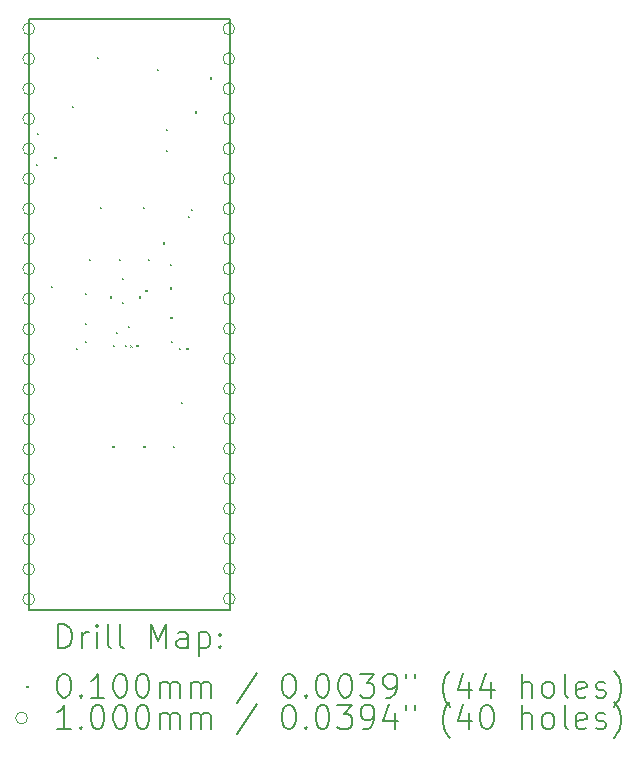
<source format=gbr>
%TF.GenerationSoftware,KiCad,Pcbnew,8.0.1*%
%TF.CreationDate,2024-10-17T14:11:02-05:00*%
%TF.ProjectId,sip-board,7369702d-626f-4617-9264-2e6b69636164,rev?*%
%TF.SameCoordinates,Original*%
%TF.FileFunction,Drillmap*%
%TF.FilePolarity,Positive*%
%FSLAX45Y45*%
G04 Gerber Fmt 4.5, Leading zero omitted, Abs format (unit mm)*
G04 Created by KiCad (PCBNEW 8.0.1) date 2024-10-17 14:11:02*
%MOMM*%
%LPD*%
G01*
G04 APERTURE LIST*
%ADD10C,0.200000*%
%ADD11C,0.100000*%
G04 APERTURE END LIST*
D10*
X13700000Y-7862000D02*
X15400000Y-7862000D01*
X15400000Y-12862000D01*
X13700000Y-12862000D01*
X13700000Y-7862000D01*
D11*
X13762000Y-9082000D02*
X13772000Y-9092000D01*
X13772000Y-9082000D02*
X13762000Y-9092000D01*
X13770000Y-8824000D02*
X13780000Y-8834000D01*
X13780000Y-8824000D02*
X13770000Y-8834000D01*
X13889000Y-10120000D02*
X13899000Y-10130000D01*
X13899000Y-10120000D02*
X13889000Y-10130000D01*
X13917000Y-9028000D02*
X13927000Y-9038000D01*
X13927000Y-9028000D02*
X13917000Y-9038000D01*
X14065000Y-8593000D02*
X14075000Y-8603000D01*
X14075000Y-8593000D02*
X14065000Y-8603000D01*
X14096000Y-10641000D02*
X14106000Y-10651000D01*
X14106000Y-10641000D02*
X14096000Y-10651000D01*
X14172000Y-10180000D02*
X14182000Y-10190000D01*
X14182000Y-10180000D02*
X14172000Y-10190000D01*
X14172000Y-10430000D02*
X14182000Y-10440000D01*
X14182000Y-10430000D02*
X14172000Y-10440000D01*
X14172000Y-10580000D02*
X14182000Y-10590000D01*
X14182000Y-10580000D02*
X14172000Y-10590000D01*
X14211000Y-9887000D02*
X14221000Y-9897000D01*
X14221000Y-9887000D02*
X14211000Y-9897000D01*
X14275000Y-8182000D02*
X14285000Y-8192000D01*
X14285000Y-8182000D02*
X14275000Y-8192000D01*
X14299000Y-9451000D02*
X14309000Y-9461000D01*
X14309000Y-9451000D02*
X14299000Y-9461000D01*
X14387000Y-10207000D02*
X14397000Y-10217000D01*
X14397000Y-10207000D02*
X14387000Y-10217000D01*
X14408000Y-11470000D02*
X14418000Y-11480000D01*
X14418000Y-11470000D02*
X14408000Y-11480000D01*
X14411000Y-10619000D02*
X14421000Y-10629000D01*
X14421000Y-10619000D02*
X14411000Y-10629000D01*
X14436000Y-10505000D02*
X14446000Y-10515000D01*
X14446000Y-10505000D02*
X14436000Y-10515000D01*
X14461000Y-9891000D02*
X14471000Y-9901000D01*
X14471000Y-9891000D02*
X14461000Y-9901000D01*
X14486000Y-10053000D02*
X14496000Y-10063000D01*
X14496000Y-10053000D02*
X14486000Y-10063000D01*
X14487000Y-10254000D02*
X14497000Y-10264000D01*
X14497000Y-10254000D02*
X14487000Y-10264000D01*
X14511000Y-10619000D02*
X14521000Y-10629000D01*
X14521000Y-10619000D02*
X14511000Y-10629000D01*
X14536000Y-10455000D02*
X14546000Y-10465000D01*
X14546000Y-10455000D02*
X14536000Y-10465000D01*
X14561000Y-10621000D02*
X14571000Y-10631000D01*
X14571000Y-10621000D02*
X14561000Y-10631000D01*
X14611000Y-10618000D02*
X14621000Y-10628000D01*
X14621000Y-10618000D02*
X14611000Y-10628000D01*
X14635000Y-10206000D02*
X14645000Y-10216000D01*
X14645000Y-10206000D02*
X14635000Y-10216000D01*
X14669000Y-9450000D02*
X14679000Y-9460000D01*
X14679000Y-9450000D02*
X14669000Y-9460000D01*
X14671000Y-11470000D02*
X14681000Y-11480000D01*
X14681000Y-11470000D02*
X14671000Y-11480000D01*
X14687000Y-10154000D02*
X14697000Y-10164000D01*
X14697000Y-10154000D02*
X14687000Y-10164000D01*
X14711000Y-9888000D02*
X14721000Y-9898000D01*
X14721000Y-9888000D02*
X14711000Y-9898000D01*
X14783000Y-8282000D02*
X14793000Y-8292000D01*
X14793000Y-8282000D02*
X14783000Y-8292000D01*
X14833000Y-9750000D02*
X14843000Y-9760000D01*
X14843000Y-9750000D02*
X14833000Y-9760000D01*
X14864000Y-8791000D02*
X14874000Y-8801000D01*
X14874000Y-8791000D02*
X14864000Y-8801000D01*
X14864000Y-8967000D02*
X14874000Y-8977000D01*
X14874000Y-8967000D02*
X14864000Y-8977000D01*
X14895000Y-10130000D02*
X14905000Y-10140000D01*
X14905000Y-10130000D02*
X14895000Y-10140000D01*
X14897000Y-9930000D02*
X14907000Y-9940000D01*
X14907000Y-9930000D02*
X14897000Y-9940000D01*
X14899000Y-10380000D02*
X14909000Y-10390000D01*
X14909000Y-10380000D02*
X14899000Y-10390000D01*
X14901000Y-10580000D02*
X14911000Y-10590000D01*
X14911000Y-10580000D02*
X14901000Y-10590000D01*
X14919000Y-11470000D02*
X14929000Y-11480000D01*
X14929000Y-11470000D02*
X14919000Y-11480000D01*
X14971000Y-10642000D02*
X14981000Y-10652000D01*
X14981000Y-10642000D02*
X14971000Y-10652000D01*
X14987000Y-11101000D02*
X14997000Y-11111000D01*
X14997000Y-11101000D02*
X14987000Y-11111000D01*
X15035000Y-10645000D02*
X15045000Y-10655000D01*
X15045000Y-10645000D02*
X15035000Y-10655000D01*
X15048000Y-9525000D02*
X15058000Y-9535000D01*
X15058000Y-9525000D02*
X15048000Y-9535000D01*
X15071000Y-9467000D02*
X15081000Y-9477000D01*
X15081000Y-9467000D02*
X15071000Y-9477000D01*
X15109000Y-8640000D02*
X15119000Y-8650000D01*
X15119000Y-8640000D02*
X15109000Y-8650000D01*
X15235000Y-8352000D02*
X15245000Y-8362000D01*
X15245000Y-8352000D02*
X15235000Y-8362000D01*
X13750000Y-7940500D02*
G75*
G02*
X13650000Y-7940500I-50000J0D01*
G01*
X13650000Y-7940500D02*
G75*
G02*
X13750000Y-7940500I50000J0D01*
G01*
X13750000Y-8194500D02*
G75*
G02*
X13650000Y-8194500I-50000J0D01*
G01*
X13650000Y-8194500D02*
G75*
G02*
X13750000Y-8194500I50000J0D01*
G01*
X13750000Y-8448500D02*
G75*
G02*
X13650000Y-8448500I-50000J0D01*
G01*
X13650000Y-8448500D02*
G75*
G02*
X13750000Y-8448500I50000J0D01*
G01*
X13750000Y-8702500D02*
G75*
G02*
X13650000Y-8702500I-50000J0D01*
G01*
X13650000Y-8702500D02*
G75*
G02*
X13750000Y-8702500I50000J0D01*
G01*
X13750000Y-8956500D02*
G75*
G02*
X13650000Y-8956500I-50000J0D01*
G01*
X13650000Y-8956500D02*
G75*
G02*
X13750000Y-8956500I50000J0D01*
G01*
X13750000Y-9210500D02*
G75*
G02*
X13650000Y-9210500I-50000J0D01*
G01*
X13650000Y-9210500D02*
G75*
G02*
X13750000Y-9210500I50000J0D01*
G01*
X13750000Y-9464500D02*
G75*
G02*
X13650000Y-9464500I-50000J0D01*
G01*
X13650000Y-9464500D02*
G75*
G02*
X13750000Y-9464500I50000J0D01*
G01*
X13750000Y-9718500D02*
G75*
G02*
X13650000Y-9718500I-50000J0D01*
G01*
X13650000Y-9718500D02*
G75*
G02*
X13750000Y-9718500I50000J0D01*
G01*
X13750000Y-9972500D02*
G75*
G02*
X13650000Y-9972500I-50000J0D01*
G01*
X13650000Y-9972500D02*
G75*
G02*
X13750000Y-9972500I50000J0D01*
G01*
X13750000Y-10226500D02*
G75*
G02*
X13650000Y-10226500I-50000J0D01*
G01*
X13650000Y-10226500D02*
G75*
G02*
X13750000Y-10226500I50000J0D01*
G01*
X13750000Y-10484000D02*
G75*
G02*
X13650000Y-10484000I-50000J0D01*
G01*
X13650000Y-10484000D02*
G75*
G02*
X13750000Y-10484000I50000J0D01*
G01*
X13750000Y-10738000D02*
G75*
G02*
X13650000Y-10738000I-50000J0D01*
G01*
X13650000Y-10738000D02*
G75*
G02*
X13750000Y-10738000I50000J0D01*
G01*
X13750000Y-10992000D02*
G75*
G02*
X13650000Y-10992000I-50000J0D01*
G01*
X13650000Y-10992000D02*
G75*
G02*
X13750000Y-10992000I50000J0D01*
G01*
X13750000Y-11246000D02*
G75*
G02*
X13650000Y-11246000I-50000J0D01*
G01*
X13650000Y-11246000D02*
G75*
G02*
X13750000Y-11246000I50000J0D01*
G01*
X13750000Y-11500000D02*
G75*
G02*
X13650000Y-11500000I-50000J0D01*
G01*
X13650000Y-11500000D02*
G75*
G02*
X13750000Y-11500000I50000J0D01*
G01*
X13750000Y-11754000D02*
G75*
G02*
X13650000Y-11754000I-50000J0D01*
G01*
X13650000Y-11754000D02*
G75*
G02*
X13750000Y-11754000I50000J0D01*
G01*
X13750000Y-12008000D02*
G75*
G02*
X13650000Y-12008000I-50000J0D01*
G01*
X13650000Y-12008000D02*
G75*
G02*
X13750000Y-12008000I50000J0D01*
G01*
X13750000Y-12262000D02*
G75*
G02*
X13650000Y-12262000I-50000J0D01*
G01*
X13650000Y-12262000D02*
G75*
G02*
X13750000Y-12262000I50000J0D01*
G01*
X13750000Y-12516000D02*
G75*
G02*
X13650000Y-12516000I-50000J0D01*
G01*
X13650000Y-12516000D02*
G75*
G02*
X13750000Y-12516000I50000J0D01*
G01*
X13750000Y-12770000D02*
G75*
G02*
X13650000Y-12770000I-50000J0D01*
G01*
X13650000Y-12770000D02*
G75*
G02*
X13750000Y-12770000I50000J0D01*
G01*
X15444000Y-7940000D02*
G75*
G02*
X15344000Y-7940000I-50000J0D01*
G01*
X15344000Y-7940000D02*
G75*
G02*
X15444000Y-7940000I50000J0D01*
G01*
X15444000Y-8194000D02*
G75*
G02*
X15344000Y-8194000I-50000J0D01*
G01*
X15344000Y-8194000D02*
G75*
G02*
X15444000Y-8194000I50000J0D01*
G01*
X15444000Y-8448000D02*
G75*
G02*
X15344000Y-8448000I-50000J0D01*
G01*
X15344000Y-8448000D02*
G75*
G02*
X15444000Y-8448000I50000J0D01*
G01*
X15444000Y-8702000D02*
G75*
G02*
X15344000Y-8702000I-50000J0D01*
G01*
X15344000Y-8702000D02*
G75*
G02*
X15444000Y-8702000I50000J0D01*
G01*
X15444000Y-8956000D02*
G75*
G02*
X15344000Y-8956000I-50000J0D01*
G01*
X15344000Y-8956000D02*
G75*
G02*
X15444000Y-8956000I50000J0D01*
G01*
X15444000Y-9210000D02*
G75*
G02*
X15344000Y-9210000I-50000J0D01*
G01*
X15344000Y-9210000D02*
G75*
G02*
X15444000Y-9210000I50000J0D01*
G01*
X15444000Y-9464000D02*
G75*
G02*
X15344000Y-9464000I-50000J0D01*
G01*
X15344000Y-9464000D02*
G75*
G02*
X15444000Y-9464000I50000J0D01*
G01*
X15444000Y-9718000D02*
G75*
G02*
X15344000Y-9718000I-50000J0D01*
G01*
X15344000Y-9718000D02*
G75*
G02*
X15444000Y-9718000I50000J0D01*
G01*
X15444000Y-9972000D02*
G75*
G02*
X15344000Y-9972000I-50000J0D01*
G01*
X15344000Y-9972000D02*
G75*
G02*
X15444000Y-9972000I50000J0D01*
G01*
X15444000Y-10226000D02*
G75*
G02*
X15344000Y-10226000I-50000J0D01*
G01*
X15344000Y-10226000D02*
G75*
G02*
X15444000Y-10226000I50000J0D01*
G01*
X15447000Y-10480000D02*
G75*
G02*
X15347000Y-10480000I-50000J0D01*
G01*
X15347000Y-10480000D02*
G75*
G02*
X15447000Y-10480000I50000J0D01*
G01*
X15447000Y-10734000D02*
G75*
G02*
X15347000Y-10734000I-50000J0D01*
G01*
X15347000Y-10734000D02*
G75*
G02*
X15447000Y-10734000I50000J0D01*
G01*
X15447000Y-10988000D02*
G75*
G02*
X15347000Y-10988000I-50000J0D01*
G01*
X15347000Y-10988000D02*
G75*
G02*
X15447000Y-10988000I50000J0D01*
G01*
X15447000Y-11242000D02*
G75*
G02*
X15347000Y-11242000I-50000J0D01*
G01*
X15347000Y-11242000D02*
G75*
G02*
X15447000Y-11242000I50000J0D01*
G01*
X15447000Y-11496000D02*
G75*
G02*
X15347000Y-11496000I-50000J0D01*
G01*
X15347000Y-11496000D02*
G75*
G02*
X15447000Y-11496000I50000J0D01*
G01*
X15447000Y-11750000D02*
G75*
G02*
X15347000Y-11750000I-50000J0D01*
G01*
X15347000Y-11750000D02*
G75*
G02*
X15447000Y-11750000I50000J0D01*
G01*
X15447000Y-12004000D02*
G75*
G02*
X15347000Y-12004000I-50000J0D01*
G01*
X15347000Y-12004000D02*
G75*
G02*
X15447000Y-12004000I50000J0D01*
G01*
X15447000Y-12258000D02*
G75*
G02*
X15347000Y-12258000I-50000J0D01*
G01*
X15347000Y-12258000D02*
G75*
G02*
X15447000Y-12258000I50000J0D01*
G01*
X15447000Y-12512000D02*
G75*
G02*
X15347000Y-12512000I-50000J0D01*
G01*
X15347000Y-12512000D02*
G75*
G02*
X15447000Y-12512000I50000J0D01*
G01*
X15447000Y-12766000D02*
G75*
G02*
X15347000Y-12766000I-50000J0D01*
G01*
X15347000Y-12766000D02*
G75*
G02*
X15447000Y-12766000I50000J0D01*
G01*
D10*
X13950777Y-13183484D02*
X13950777Y-12983484D01*
X13950777Y-12983484D02*
X13998396Y-12983484D01*
X13998396Y-12983484D02*
X14026967Y-12993008D01*
X14026967Y-12993008D02*
X14046015Y-13012055D01*
X14046015Y-13012055D02*
X14055539Y-13031103D01*
X14055539Y-13031103D02*
X14065062Y-13069198D01*
X14065062Y-13069198D02*
X14065062Y-13097769D01*
X14065062Y-13097769D02*
X14055539Y-13135865D01*
X14055539Y-13135865D02*
X14046015Y-13154912D01*
X14046015Y-13154912D02*
X14026967Y-13173960D01*
X14026967Y-13173960D02*
X13998396Y-13183484D01*
X13998396Y-13183484D02*
X13950777Y-13183484D01*
X14150777Y-13183484D02*
X14150777Y-13050150D01*
X14150777Y-13088246D02*
X14160301Y-13069198D01*
X14160301Y-13069198D02*
X14169824Y-13059674D01*
X14169824Y-13059674D02*
X14188872Y-13050150D01*
X14188872Y-13050150D02*
X14207920Y-13050150D01*
X14274586Y-13183484D02*
X14274586Y-13050150D01*
X14274586Y-12983484D02*
X14265062Y-12993008D01*
X14265062Y-12993008D02*
X14274586Y-13002531D01*
X14274586Y-13002531D02*
X14284110Y-12993008D01*
X14284110Y-12993008D02*
X14274586Y-12983484D01*
X14274586Y-12983484D02*
X14274586Y-13002531D01*
X14398396Y-13183484D02*
X14379348Y-13173960D01*
X14379348Y-13173960D02*
X14369824Y-13154912D01*
X14369824Y-13154912D02*
X14369824Y-12983484D01*
X14503158Y-13183484D02*
X14484110Y-13173960D01*
X14484110Y-13173960D02*
X14474586Y-13154912D01*
X14474586Y-13154912D02*
X14474586Y-12983484D01*
X14731729Y-13183484D02*
X14731729Y-12983484D01*
X14731729Y-12983484D02*
X14798396Y-13126341D01*
X14798396Y-13126341D02*
X14865062Y-12983484D01*
X14865062Y-12983484D02*
X14865062Y-13183484D01*
X15046015Y-13183484D02*
X15046015Y-13078722D01*
X15046015Y-13078722D02*
X15036491Y-13059674D01*
X15036491Y-13059674D02*
X15017443Y-13050150D01*
X15017443Y-13050150D02*
X14979348Y-13050150D01*
X14979348Y-13050150D02*
X14960301Y-13059674D01*
X15046015Y-13173960D02*
X15026967Y-13183484D01*
X15026967Y-13183484D02*
X14979348Y-13183484D01*
X14979348Y-13183484D02*
X14960301Y-13173960D01*
X14960301Y-13173960D02*
X14950777Y-13154912D01*
X14950777Y-13154912D02*
X14950777Y-13135865D01*
X14950777Y-13135865D02*
X14960301Y-13116817D01*
X14960301Y-13116817D02*
X14979348Y-13107293D01*
X14979348Y-13107293D02*
X15026967Y-13107293D01*
X15026967Y-13107293D02*
X15046015Y-13097769D01*
X15141253Y-13050150D02*
X15141253Y-13250150D01*
X15141253Y-13059674D02*
X15160301Y-13050150D01*
X15160301Y-13050150D02*
X15198396Y-13050150D01*
X15198396Y-13050150D02*
X15217443Y-13059674D01*
X15217443Y-13059674D02*
X15226967Y-13069198D01*
X15226967Y-13069198D02*
X15236491Y-13088246D01*
X15236491Y-13088246D02*
X15236491Y-13145388D01*
X15236491Y-13145388D02*
X15226967Y-13164436D01*
X15226967Y-13164436D02*
X15217443Y-13173960D01*
X15217443Y-13173960D02*
X15198396Y-13183484D01*
X15198396Y-13183484D02*
X15160301Y-13183484D01*
X15160301Y-13183484D02*
X15141253Y-13173960D01*
X15322205Y-13164436D02*
X15331729Y-13173960D01*
X15331729Y-13173960D02*
X15322205Y-13183484D01*
X15322205Y-13183484D02*
X15312682Y-13173960D01*
X15312682Y-13173960D02*
X15322205Y-13164436D01*
X15322205Y-13164436D02*
X15322205Y-13183484D01*
X15322205Y-13059674D02*
X15331729Y-13069198D01*
X15331729Y-13069198D02*
X15322205Y-13078722D01*
X15322205Y-13078722D02*
X15312682Y-13069198D01*
X15312682Y-13069198D02*
X15322205Y-13059674D01*
X15322205Y-13059674D02*
X15322205Y-13078722D01*
D11*
X13680000Y-13507000D02*
X13690000Y-13517000D01*
X13690000Y-13507000D02*
X13680000Y-13517000D01*
D10*
X13988872Y-13403484D02*
X14007920Y-13403484D01*
X14007920Y-13403484D02*
X14026967Y-13413008D01*
X14026967Y-13413008D02*
X14036491Y-13422531D01*
X14036491Y-13422531D02*
X14046015Y-13441579D01*
X14046015Y-13441579D02*
X14055539Y-13479674D01*
X14055539Y-13479674D02*
X14055539Y-13527293D01*
X14055539Y-13527293D02*
X14046015Y-13565388D01*
X14046015Y-13565388D02*
X14036491Y-13584436D01*
X14036491Y-13584436D02*
X14026967Y-13593960D01*
X14026967Y-13593960D02*
X14007920Y-13603484D01*
X14007920Y-13603484D02*
X13988872Y-13603484D01*
X13988872Y-13603484D02*
X13969824Y-13593960D01*
X13969824Y-13593960D02*
X13960301Y-13584436D01*
X13960301Y-13584436D02*
X13950777Y-13565388D01*
X13950777Y-13565388D02*
X13941253Y-13527293D01*
X13941253Y-13527293D02*
X13941253Y-13479674D01*
X13941253Y-13479674D02*
X13950777Y-13441579D01*
X13950777Y-13441579D02*
X13960301Y-13422531D01*
X13960301Y-13422531D02*
X13969824Y-13413008D01*
X13969824Y-13413008D02*
X13988872Y-13403484D01*
X14141253Y-13584436D02*
X14150777Y-13593960D01*
X14150777Y-13593960D02*
X14141253Y-13603484D01*
X14141253Y-13603484D02*
X14131729Y-13593960D01*
X14131729Y-13593960D02*
X14141253Y-13584436D01*
X14141253Y-13584436D02*
X14141253Y-13603484D01*
X14341253Y-13603484D02*
X14226967Y-13603484D01*
X14284110Y-13603484D02*
X14284110Y-13403484D01*
X14284110Y-13403484D02*
X14265062Y-13432055D01*
X14265062Y-13432055D02*
X14246015Y-13451103D01*
X14246015Y-13451103D02*
X14226967Y-13460627D01*
X14465062Y-13403484D02*
X14484110Y-13403484D01*
X14484110Y-13403484D02*
X14503158Y-13413008D01*
X14503158Y-13413008D02*
X14512682Y-13422531D01*
X14512682Y-13422531D02*
X14522205Y-13441579D01*
X14522205Y-13441579D02*
X14531729Y-13479674D01*
X14531729Y-13479674D02*
X14531729Y-13527293D01*
X14531729Y-13527293D02*
X14522205Y-13565388D01*
X14522205Y-13565388D02*
X14512682Y-13584436D01*
X14512682Y-13584436D02*
X14503158Y-13593960D01*
X14503158Y-13593960D02*
X14484110Y-13603484D01*
X14484110Y-13603484D02*
X14465062Y-13603484D01*
X14465062Y-13603484D02*
X14446015Y-13593960D01*
X14446015Y-13593960D02*
X14436491Y-13584436D01*
X14436491Y-13584436D02*
X14426967Y-13565388D01*
X14426967Y-13565388D02*
X14417443Y-13527293D01*
X14417443Y-13527293D02*
X14417443Y-13479674D01*
X14417443Y-13479674D02*
X14426967Y-13441579D01*
X14426967Y-13441579D02*
X14436491Y-13422531D01*
X14436491Y-13422531D02*
X14446015Y-13413008D01*
X14446015Y-13413008D02*
X14465062Y-13403484D01*
X14655539Y-13403484D02*
X14674586Y-13403484D01*
X14674586Y-13403484D02*
X14693634Y-13413008D01*
X14693634Y-13413008D02*
X14703158Y-13422531D01*
X14703158Y-13422531D02*
X14712682Y-13441579D01*
X14712682Y-13441579D02*
X14722205Y-13479674D01*
X14722205Y-13479674D02*
X14722205Y-13527293D01*
X14722205Y-13527293D02*
X14712682Y-13565388D01*
X14712682Y-13565388D02*
X14703158Y-13584436D01*
X14703158Y-13584436D02*
X14693634Y-13593960D01*
X14693634Y-13593960D02*
X14674586Y-13603484D01*
X14674586Y-13603484D02*
X14655539Y-13603484D01*
X14655539Y-13603484D02*
X14636491Y-13593960D01*
X14636491Y-13593960D02*
X14626967Y-13584436D01*
X14626967Y-13584436D02*
X14617443Y-13565388D01*
X14617443Y-13565388D02*
X14607920Y-13527293D01*
X14607920Y-13527293D02*
X14607920Y-13479674D01*
X14607920Y-13479674D02*
X14617443Y-13441579D01*
X14617443Y-13441579D02*
X14626967Y-13422531D01*
X14626967Y-13422531D02*
X14636491Y-13413008D01*
X14636491Y-13413008D02*
X14655539Y-13403484D01*
X14807920Y-13603484D02*
X14807920Y-13470150D01*
X14807920Y-13489198D02*
X14817443Y-13479674D01*
X14817443Y-13479674D02*
X14836491Y-13470150D01*
X14836491Y-13470150D02*
X14865063Y-13470150D01*
X14865063Y-13470150D02*
X14884110Y-13479674D01*
X14884110Y-13479674D02*
X14893634Y-13498722D01*
X14893634Y-13498722D02*
X14893634Y-13603484D01*
X14893634Y-13498722D02*
X14903158Y-13479674D01*
X14903158Y-13479674D02*
X14922205Y-13470150D01*
X14922205Y-13470150D02*
X14950777Y-13470150D01*
X14950777Y-13470150D02*
X14969824Y-13479674D01*
X14969824Y-13479674D02*
X14979348Y-13498722D01*
X14979348Y-13498722D02*
X14979348Y-13603484D01*
X15074586Y-13603484D02*
X15074586Y-13470150D01*
X15074586Y-13489198D02*
X15084110Y-13479674D01*
X15084110Y-13479674D02*
X15103158Y-13470150D01*
X15103158Y-13470150D02*
X15131729Y-13470150D01*
X15131729Y-13470150D02*
X15150777Y-13479674D01*
X15150777Y-13479674D02*
X15160301Y-13498722D01*
X15160301Y-13498722D02*
X15160301Y-13603484D01*
X15160301Y-13498722D02*
X15169824Y-13479674D01*
X15169824Y-13479674D02*
X15188872Y-13470150D01*
X15188872Y-13470150D02*
X15217443Y-13470150D01*
X15217443Y-13470150D02*
X15236491Y-13479674D01*
X15236491Y-13479674D02*
X15246015Y-13498722D01*
X15246015Y-13498722D02*
X15246015Y-13603484D01*
X15636491Y-13393960D02*
X15465063Y-13651103D01*
X15893634Y-13403484D02*
X15912682Y-13403484D01*
X15912682Y-13403484D02*
X15931729Y-13413008D01*
X15931729Y-13413008D02*
X15941253Y-13422531D01*
X15941253Y-13422531D02*
X15950777Y-13441579D01*
X15950777Y-13441579D02*
X15960301Y-13479674D01*
X15960301Y-13479674D02*
X15960301Y-13527293D01*
X15960301Y-13527293D02*
X15950777Y-13565388D01*
X15950777Y-13565388D02*
X15941253Y-13584436D01*
X15941253Y-13584436D02*
X15931729Y-13593960D01*
X15931729Y-13593960D02*
X15912682Y-13603484D01*
X15912682Y-13603484D02*
X15893634Y-13603484D01*
X15893634Y-13603484D02*
X15874586Y-13593960D01*
X15874586Y-13593960D02*
X15865063Y-13584436D01*
X15865063Y-13584436D02*
X15855539Y-13565388D01*
X15855539Y-13565388D02*
X15846015Y-13527293D01*
X15846015Y-13527293D02*
X15846015Y-13479674D01*
X15846015Y-13479674D02*
X15855539Y-13441579D01*
X15855539Y-13441579D02*
X15865063Y-13422531D01*
X15865063Y-13422531D02*
X15874586Y-13413008D01*
X15874586Y-13413008D02*
X15893634Y-13403484D01*
X16046015Y-13584436D02*
X16055539Y-13593960D01*
X16055539Y-13593960D02*
X16046015Y-13603484D01*
X16046015Y-13603484D02*
X16036491Y-13593960D01*
X16036491Y-13593960D02*
X16046015Y-13584436D01*
X16046015Y-13584436D02*
X16046015Y-13603484D01*
X16179348Y-13403484D02*
X16198396Y-13403484D01*
X16198396Y-13403484D02*
X16217444Y-13413008D01*
X16217444Y-13413008D02*
X16226967Y-13422531D01*
X16226967Y-13422531D02*
X16236491Y-13441579D01*
X16236491Y-13441579D02*
X16246015Y-13479674D01*
X16246015Y-13479674D02*
X16246015Y-13527293D01*
X16246015Y-13527293D02*
X16236491Y-13565388D01*
X16236491Y-13565388D02*
X16226967Y-13584436D01*
X16226967Y-13584436D02*
X16217444Y-13593960D01*
X16217444Y-13593960D02*
X16198396Y-13603484D01*
X16198396Y-13603484D02*
X16179348Y-13603484D01*
X16179348Y-13603484D02*
X16160301Y-13593960D01*
X16160301Y-13593960D02*
X16150777Y-13584436D01*
X16150777Y-13584436D02*
X16141253Y-13565388D01*
X16141253Y-13565388D02*
X16131729Y-13527293D01*
X16131729Y-13527293D02*
X16131729Y-13479674D01*
X16131729Y-13479674D02*
X16141253Y-13441579D01*
X16141253Y-13441579D02*
X16150777Y-13422531D01*
X16150777Y-13422531D02*
X16160301Y-13413008D01*
X16160301Y-13413008D02*
X16179348Y-13403484D01*
X16369825Y-13403484D02*
X16388872Y-13403484D01*
X16388872Y-13403484D02*
X16407920Y-13413008D01*
X16407920Y-13413008D02*
X16417444Y-13422531D01*
X16417444Y-13422531D02*
X16426967Y-13441579D01*
X16426967Y-13441579D02*
X16436491Y-13479674D01*
X16436491Y-13479674D02*
X16436491Y-13527293D01*
X16436491Y-13527293D02*
X16426967Y-13565388D01*
X16426967Y-13565388D02*
X16417444Y-13584436D01*
X16417444Y-13584436D02*
X16407920Y-13593960D01*
X16407920Y-13593960D02*
X16388872Y-13603484D01*
X16388872Y-13603484D02*
X16369825Y-13603484D01*
X16369825Y-13603484D02*
X16350777Y-13593960D01*
X16350777Y-13593960D02*
X16341253Y-13584436D01*
X16341253Y-13584436D02*
X16331729Y-13565388D01*
X16331729Y-13565388D02*
X16322206Y-13527293D01*
X16322206Y-13527293D02*
X16322206Y-13479674D01*
X16322206Y-13479674D02*
X16331729Y-13441579D01*
X16331729Y-13441579D02*
X16341253Y-13422531D01*
X16341253Y-13422531D02*
X16350777Y-13413008D01*
X16350777Y-13413008D02*
X16369825Y-13403484D01*
X16503158Y-13403484D02*
X16626967Y-13403484D01*
X16626967Y-13403484D02*
X16560301Y-13479674D01*
X16560301Y-13479674D02*
X16588872Y-13479674D01*
X16588872Y-13479674D02*
X16607920Y-13489198D01*
X16607920Y-13489198D02*
X16617444Y-13498722D01*
X16617444Y-13498722D02*
X16626967Y-13517769D01*
X16626967Y-13517769D02*
X16626967Y-13565388D01*
X16626967Y-13565388D02*
X16617444Y-13584436D01*
X16617444Y-13584436D02*
X16607920Y-13593960D01*
X16607920Y-13593960D02*
X16588872Y-13603484D01*
X16588872Y-13603484D02*
X16531729Y-13603484D01*
X16531729Y-13603484D02*
X16512682Y-13593960D01*
X16512682Y-13593960D02*
X16503158Y-13584436D01*
X16722206Y-13603484D02*
X16760301Y-13603484D01*
X16760301Y-13603484D02*
X16779349Y-13593960D01*
X16779349Y-13593960D02*
X16788872Y-13584436D01*
X16788872Y-13584436D02*
X16807920Y-13555865D01*
X16807920Y-13555865D02*
X16817444Y-13517769D01*
X16817444Y-13517769D02*
X16817444Y-13441579D01*
X16817444Y-13441579D02*
X16807920Y-13422531D01*
X16807920Y-13422531D02*
X16798396Y-13413008D01*
X16798396Y-13413008D02*
X16779349Y-13403484D01*
X16779349Y-13403484D02*
X16741253Y-13403484D01*
X16741253Y-13403484D02*
X16722206Y-13413008D01*
X16722206Y-13413008D02*
X16712682Y-13422531D01*
X16712682Y-13422531D02*
X16703158Y-13441579D01*
X16703158Y-13441579D02*
X16703158Y-13489198D01*
X16703158Y-13489198D02*
X16712682Y-13508246D01*
X16712682Y-13508246D02*
X16722206Y-13517769D01*
X16722206Y-13517769D02*
X16741253Y-13527293D01*
X16741253Y-13527293D02*
X16779349Y-13527293D01*
X16779349Y-13527293D02*
X16798396Y-13517769D01*
X16798396Y-13517769D02*
X16807920Y-13508246D01*
X16807920Y-13508246D02*
X16817444Y-13489198D01*
X16893634Y-13403484D02*
X16893634Y-13441579D01*
X16969825Y-13403484D02*
X16969825Y-13441579D01*
X17265063Y-13679674D02*
X17255539Y-13670150D01*
X17255539Y-13670150D02*
X17236491Y-13641579D01*
X17236491Y-13641579D02*
X17226968Y-13622531D01*
X17226968Y-13622531D02*
X17217444Y-13593960D01*
X17217444Y-13593960D02*
X17207920Y-13546341D01*
X17207920Y-13546341D02*
X17207920Y-13508246D01*
X17207920Y-13508246D02*
X17217444Y-13460627D01*
X17217444Y-13460627D02*
X17226968Y-13432055D01*
X17226968Y-13432055D02*
X17236491Y-13413008D01*
X17236491Y-13413008D02*
X17255539Y-13384436D01*
X17255539Y-13384436D02*
X17265063Y-13374912D01*
X17426968Y-13470150D02*
X17426968Y-13603484D01*
X17379349Y-13393960D02*
X17331730Y-13536817D01*
X17331730Y-13536817D02*
X17455539Y-13536817D01*
X17617444Y-13470150D02*
X17617444Y-13603484D01*
X17569825Y-13393960D02*
X17522206Y-13536817D01*
X17522206Y-13536817D02*
X17646015Y-13536817D01*
X17874587Y-13603484D02*
X17874587Y-13403484D01*
X17960301Y-13603484D02*
X17960301Y-13498722D01*
X17960301Y-13498722D02*
X17950777Y-13479674D01*
X17950777Y-13479674D02*
X17931730Y-13470150D01*
X17931730Y-13470150D02*
X17903158Y-13470150D01*
X17903158Y-13470150D02*
X17884111Y-13479674D01*
X17884111Y-13479674D02*
X17874587Y-13489198D01*
X18084111Y-13603484D02*
X18065063Y-13593960D01*
X18065063Y-13593960D02*
X18055539Y-13584436D01*
X18055539Y-13584436D02*
X18046015Y-13565388D01*
X18046015Y-13565388D02*
X18046015Y-13508246D01*
X18046015Y-13508246D02*
X18055539Y-13489198D01*
X18055539Y-13489198D02*
X18065063Y-13479674D01*
X18065063Y-13479674D02*
X18084111Y-13470150D01*
X18084111Y-13470150D02*
X18112682Y-13470150D01*
X18112682Y-13470150D02*
X18131730Y-13479674D01*
X18131730Y-13479674D02*
X18141253Y-13489198D01*
X18141253Y-13489198D02*
X18150777Y-13508246D01*
X18150777Y-13508246D02*
X18150777Y-13565388D01*
X18150777Y-13565388D02*
X18141253Y-13584436D01*
X18141253Y-13584436D02*
X18131730Y-13593960D01*
X18131730Y-13593960D02*
X18112682Y-13603484D01*
X18112682Y-13603484D02*
X18084111Y-13603484D01*
X18265063Y-13603484D02*
X18246015Y-13593960D01*
X18246015Y-13593960D02*
X18236492Y-13574912D01*
X18236492Y-13574912D02*
X18236492Y-13403484D01*
X18417444Y-13593960D02*
X18398396Y-13603484D01*
X18398396Y-13603484D02*
X18360301Y-13603484D01*
X18360301Y-13603484D02*
X18341253Y-13593960D01*
X18341253Y-13593960D02*
X18331730Y-13574912D01*
X18331730Y-13574912D02*
X18331730Y-13498722D01*
X18331730Y-13498722D02*
X18341253Y-13479674D01*
X18341253Y-13479674D02*
X18360301Y-13470150D01*
X18360301Y-13470150D02*
X18398396Y-13470150D01*
X18398396Y-13470150D02*
X18417444Y-13479674D01*
X18417444Y-13479674D02*
X18426968Y-13498722D01*
X18426968Y-13498722D02*
X18426968Y-13517769D01*
X18426968Y-13517769D02*
X18331730Y-13536817D01*
X18503158Y-13593960D02*
X18522206Y-13603484D01*
X18522206Y-13603484D02*
X18560301Y-13603484D01*
X18560301Y-13603484D02*
X18579349Y-13593960D01*
X18579349Y-13593960D02*
X18588873Y-13574912D01*
X18588873Y-13574912D02*
X18588873Y-13565388D01*
X18588873Y-13565388D02*
X18579349Y-13546341D01*
X18579349Y-13546341D02*
X18560301Y-13536817D01*
X18560301Y-13536817D02*
X18531730Y-13536817D01*
X18531730Y-13536817D02*
X18512682Y-13527293D01*
X18512682Y-13527293D02*
X18503158Y-13508246D01*
X18503158Y-13508246D02*
X18503158Y-13498722D01*
X18503158Y-13498722D02*
X18512682Y-13479674D01*
X18512682Y-13479674D02*
X18531730Y-13470150D01*
X18531730Y-13470150D02*
X18560301Y-13470150D01*
X18560301Y-13470150D02*
X18579349Y-13479674D01*
X18655539Y-13679674D02*
X18665063Y-13670150D01*
X18665063Y-13670150D02*
X18684111Y-13641579D01*
X18684111Y-13641579D02*
X18693634Y-13622531D01*
X18693634Y-13622531D02*
X18703158Y-13593960D01*
X18703158Y-13593960D02*
X18712682Y-13546341D01*
X18712682Y-13546341D02*
X18712682Y-13508246D01*
X18712682Y-13508246D02*
X18703158Y-13460627D01*
X18703158Y-13460627D02*
X18693634Y-13432055D01*
X18693634Y-13432055D02*
X18684111Y-13413008D01*
X18684111Y-13413008D02*
X18665063Y-13384436D01*
X18665063Y-13384436D02*
X18655539Y-13374912D01*
D11*
X13690000Y-13776000D02*
G75*
G02*
X13590000Y-13776000I-50000J0D01*
G01*
X13590000Y-13776000D02*
G75*
G02*
X13690000Y-13776000I50000J0D01*
G01*
D10*
X14055539Y-13867484D02*
X13941253Y-13867484D01*
X13998396Y-13867484D02*
X13998396Y-13667484D01*
X13998396Y-13667484D02*
X13979348Y-13696055D01*
X13979348Y-13696055D02*
X13960301Y-13715103D01*
X13960301Y-13715103D02*
X13941253Y-13724627D01*
X14141253Y-13848436D02*
X14150777Y-13857960D01*
X14150777Y-13857960D02*
X14141253Y-13867484D01*
X14141253Y-13867484D02*
X14131729Y-13857960D01*
X14131729Y-13857960D02*
X14141253Y-13848436D01*
X14141253Y-13848436D02*
X14141253Y-13867484D01*
X14274586Y-13667484D02*
X14293634Y-13667484D01*
X14293634Y-13667484D02*
X14312682Y-13677008D01*
X14312682Y-13677008D02*
X14322205Y-13686531D01*
X14322205Y-13686531D02*
X14331729Y-13705579D01*
X14331729Y-13705579D02*
X14341253Y-13743674D01*
X14341253Y-13743674D02*
X14341253Y-13791293D01*
X14341253Y-13791293D02*
X14331729Y-13829388D01*
X14331729Y-13829388D02*
X14322205Y-13848436D01*
X14322205Y-13848436D02*
X14312682Y-13857960D01*
X14312682Y-13857960D02*
X14293634Y-13867484D01*
X14293634Y-13867484D02*
X14274586Y-13867484D01*
X14274586Y-13867484D02*
X14255539Y-13857960D01*
X14255539Y-13857960D02*
X14246015Y-13848436D01*
X14246015Y-13848436D02*
X14236491Y-13829388D01*
X14236491Y-13829388D02*
X14226967Y-13791293D01*
X14226967Y-13791293D02*
X14226967Y-13743674D01*
X14226967Y-13743674D02*
X14236491Y-13705579D01*
X14236491Y-13705579D02*
X14246015Y-13686531D01*
X14246015Y-13686531D02*
X14255539Y-13677008D01*
X14255539Y-13677008D02*
X14274586Y-13667484D01*
X14465062Y-13667484D02*
X14484110Y-13667484D01*
X14484110Y-13667484D02*
X14503158Y-13677008D01*
X14503158Y-13677008D02*
X14512682Y-13686531D01*
X14512682Y-13686531D02*
X14522205Y-13705579D01*
X14522205Y-13705579D02*
X14531729Y-13743674D01*
X14531729Y-13743674D02*
X14531729Y-13791293D01*
X14531729Y-13791293D02*
X14522205Y-13829388D01*
X14522205Y-13829388D02*
X14512682Y-13848436D01*
X14512682Y-13848436D02*
X14503158Y-13857960D01*
X14503158Y-13857960D02*
X14484110Y-13867484D01*
X14484110Y-13867484D02*
X14465062Y-13867484D01*
X14465062Y-13867484D02*
X14446015Y-13857960D01*
X14446015Y-13857960D02*
X14436491Y-13848436D01*
X14436491Y-13848436D02*
X14426967Y-13829388D01*
X14426967Y-13829388D02*
X14417443Y-13791293D01*
X14417443Y-13791293D02*
X14417443Y-13743674D01*
X14417443Y-13743674D02*
X14426967Y-13705579D01*
X14426967Y-13705579D02*
X14436491Y-13686531D01*
X14436491Y-13686531D02*
X14446015Y-13677008D01*
X14446015Y-13677008D02*
X14465062Y-13667484D01*
X14655539Y-13667484D02*
X14674586Y-13667484D01*
X14674586Y-13667484D02*
X14693634Y-13677008D01*
X14693634Y-13677008D02*
X14703158Y-13686531D01*
X14703158Y-13686531D02*
X14712682Y-13705579D01*
X14712682Y-13705579D02*
X14722205Y-13743674D01*
X14722205Y-13743674D02*
X14722205Y-13791293D01*
X14722205Y-13791293D02*
X14712682Y-13829388D01*
X14712682Y-13829388D02*
X14703158Y-13848436D01*
X14703158Y-13848436D02*
X14693634Y-13857960D01*
X14693634Y-13857960D02*
X14674586Y-13867484D01*
X14674586Y-13867484D02*
X14655539Y-13867484D01*
X14655539Y-13867484D02*
X14636491Y-13857960D01*
X14636491Y-13857960D02*
X14626967Y-13848436D01*
X14626967Y-13848436D02*
X14617443Y-13829388D01*
X14617443Y-13829388D02*
X14607920Y-13791293D01*
X14607920Y-13791293D02*
X14607920Y-13743674D01*
X14607920Y-13743674D02*
X14617443Y-13705579D01*
X14617443Y-13705579D02*
X14626967Y-13686531D01*
X14626967Y-13686531D02*
X14636491Y-13677008D01*
X14636491Y-13677008D02*
X14655539Y-13667484D01*
X14807920Y-13867484D02*
X14807920Y-13734150D01*
X14807920Y-13753198D02*
X14817443Y-13743674D01*
X14817443Y-13743674D02*
X14836491Y-13734150D01*
X14836491Y-13734150D02*
X14865063Y-13734150D01*
X14865063Y-13734150D02*
X14884110Y-13743674D01*
X14884110Y-13743674D02*
X14893634Y-13762722D01*
X14893634Y-13762722D02*
X14893634Y-13867484D01*
X14893634Y-13762722D02*
X14903158Y-13743674D01*
X14903158Y-13743674D02*
X14922205Y-13734150D01*
X14922205Y-13734150D02*
X14950777Y-13734150D01*
X14950777Y-13734150D02*
X14969824Y-13743674D01*
X14969824Y-13743674D02*
X14979348Y-13762722D01*
X14979348Y-13762722D02*
X14979348Y-13867484D01*
X15074586Y-13867484D02*
X15074586Y-13734150D01*
X15074586Y-13753198D02*
X15084110Y-13743674D01*
X15084110Y-13743674D02*
X15103158Y-13734150D01*
X15103158Y-13734150D02*
X15131729Y-13734150D01*
X15131729Y-13734150D02*
X15150777Y-13743674D01*
X15150777Y-13743674D02*
X15160301Y-13762722D01*
X15160301Y-13762722D02*
X15160301Y-13867484D01*
X15160301Y-13762722D02*
X15169824Y-13743674D01*
X15169824Y-13743674D02*
X15188872Y-13734150D01*
X15188872Y-13734150D02*
X15217443Y-13734150D01*
X15217443Y-13734150D02*
X15236491Y-13743674D01*
X15236491Y-13743674D02*
X15246015Y-13762722D01*
X15246015Y-13762722D02*
X15246015Y-13867484D01*
X15636491Y-13657960D02*
X15465063Y-13915103D01*
X15893634Y-13667484D02*
X15912682Y-13667484D01*
X15912682Y-13667484D02*
X15931729Y-13677008D01*
X15931729Y-13677008D02*
X15941253Y-13686531D01*
X15941253Y-13686531D02*
X15950777Y-13705579D01*
X15950777Y-13705579D02*
X15960301Y-13743674D01*
X15960301Y-13743674D02*
X15960301Y-13791293D01*
X15960301Y-13791293D02*
X15950777Y-13829388D01*
X15950777Y-13829388D02*
X15941253Y-13848436D01*
X15941253Y-13848436D02*
X15931729Y-13857960D01*
X15931729Y-13857960D02*
X15912682Y-13867484D01*
X15912682Y-13867484D02*
X15893634Y-13867484D01*
X15893634Y-13867484D02*
X15874586Y-13857960D01*
X15874586Y-13857960D02*
X15865063Y-13848436D01*
X15865063Y-13848436D02*
X15855539Y-13829388D01*
X15855539Y-13829388D02*
X15846015Y-13791293D01*
X15846015Y-13791293D02*
X15846015Y-13743674D01*
X15846015Y-13743674D02*
X15855539Y-13705579D01*
X15855539Y-13705579D02*
X15865063Y-13686531D01*
X15865063Y-13686531D02*
X15874586Y-13677008D01*
X15874586Y-13677008D02*
X15893634Y-13667484D01*
X16046015Y-13848436D02*
X16055539Y-13857960D01*
X16055539Y-13857960D02*
X16046015Y-13867484D01*
X16046015Y-13867484D02*
X16036491Y-13857960D01*
X16036491Y-13857960D02*
X16046015Y-13848436D01*
X16046015Y-13848436D02*
X16046015Y-13867484D01*
X16179348Y-13667484D02*
X16198396Y-13667484D01*
X16198396Y-13667484D02*
X16217444Y-13677008D01*
X16217444Y-13677008D02*
X16226967Y-13686531D01*
X16226967Y-13686531D02*
X16236491Y-13705579D01*
X16236491Y-13705579D02*
X16246015Y-13743674D01*
X16246015Y-13743674D02*
X16246015Y-13791293D01*
X16246015Y-13791293D02*
X16236491Y-13829388D01*
X16236491Y-13829388D02*
X16226967Y-13848436D01*
X16226967Y-13848436D02*
X16217444Y-13857960D01*
X16217444Y-13857960D02*
X16198396Y-13867484D01*
X16198396Y-13867484D02*
X16179348Y-13867484D01*
X16179348Y-13867484D02*
X16160301Y-13857960D01*
X16160301Y-13857960D02*
X16150777Y-13848436D01*
X16150777Y-13848436D02*
X16141253Y-13829388D01*
X16141253Y-13829388D02*
X16131729Y-13791293D01*
X16131729Y-13791293D02*
X16131729Y-13743674D01*
X16131729Y-13743674D02*
X16141253Y-13705579D01*
X16141253Y-13705579D02*
X16150777Y-13686531D01*
X16150777Y-13686531D02*
X16160301Y-13677008D01*
X16160301Y-13677008D02*
X16179348Y-13667484D01*
X16312682Y-13667484D02*
X16436491Y-13667484D01*
X16436491Y-13667484D02*
X16369825Y-13743674D01*
X16369825Y-13743674D02*
X16398396Y-13743674D01*
X16398396Y-13743674D02*
X16417444Y-13753198D01*
X16417444Y-13753198D02*
X16426967Y-13762722D01*
X16426967Y-13762722D02*
X16436491Y-13781769D01*
X16436491Y-13781769D02*
X16436491Y-13829388D01*
X16436491Y-13829388D02*
X16426967Y-13848436D01*
X16426967Y-13848436D02*
X16417444Y-13857960D01*
X16417444Y-13857960D02*
X16398396Y-13867484D01*
X16398396Y-13867484D02*
X16341253Y-13867484D01*
X16341253Y-13867484D02*
X16322206Y-13857960D01*
X16322206Y-13857960D02*
X16312682Y-13848436D01*
X16531729Y-13867484D02*
X16569825Y-13867484D01*
X16569825Y-13867484D02*
X16588872Y-13857960D01*
X16588872Y-13857960D02*
X16598396Y-13848436D01*
X16598396Y-13848436D02*
X16617444Y-13819865D01*
X16617444Y-13819865D02*
X16626967Y-13781769D01*
X16626967Y-13781769D02*
X16626967Y-13705579D01*
X16626967Y-13705579D02*
X16617444Y-13686531D01*
X16617444Y-13686531D02*
X16607920Y-13677008D01*
X16607920Y-13677008D02*
X16588872Y-13667484D01*
X16588872Y-13667484D02*
X16550777Y-13667484D01*
X16550777Y-13667484D02*
X16531729Y-13677008D01*
X16531729Y-13677008D02*
X16522206Y-13686531D01*
X16522206Y-13686531D02*
X16512682Y-13705579D01*
X16512682Y-13705579D02*
X16512682Y-13753198D01*
X16512682Y-13753198D02*
X16522206Y-13772246D01*
X16522206Y-13772246D02*
X16531729Y-13781769D01*
X16531729Y-13781769D02*
X16550777Y-13791293D01*
X16550777Y-13791293D02*
X16588872Y-13791293D01*
X16588872Y-13791293D02*
X16607920Y-13781769D01*
X16607920Y-13781769D02*
X16617444Y-13772246D01*
X16617444Y-13772246D02*
X16626967Y-13753198D01*
X16798396Y-13734150D02*
X16798396Y-13867484D01*
X16750777Y-13657960D02*
X16703158Y-13800817D01*
X16703158Y-13800817D02*
X16826968Y-13800817D01*
X16893634Y-13667484D02*
X16893634Y-13705579D01*
X16969825Y-13667484D02*
X16969825Y-13705579D01*
X17265063Y-13943674D02*
X17255539Y-13934150D01*
X17255539Y-13934150D02*
X17236491Y-13905579D01*
X17236491Y-13905579D02*
X17226968Y-13886531D01*
X17226968Y-13886531D02*
X17217444Y-13857960D01*
X17217444Y-13857960D02*
X17207920Y-13810341D01*
X17207920Y-13810341D02*
X17207920Y-13772246D01*
X17207920Y-13772246D02*
X17217444Y-13724627D01*
X17217444Y-13724627D02*
X17226968Y-13696055D01*
X17226968Y-13696055D02*
X17236491Y-13677008D01*
X17236491Y-13677008D02*
X17255539Y-13648436D01*
X17255539Y-13648436D02*
X17265063Y-13638912D01*
X17426968Y-13734150D02*
X17426968Y-13867484D01*
X17379349Y-13657960D02*
X17331730Y-13800817D01*
X17331730Y-13800817D02*
X17455539Y-13800817D01*
X17569825Y-13667484D02*
X17588872Y-13667484D01*
X17588872Y-13667484D02*
X17607920Y-13677008D01*
X17607920Y-13677008D02*
X17617444Y-13686531D01*
X17617444Y-13686531D02*
X17626968Y-13705579D01*
X17626968Y-13705579D02*
X17636491Y-13743674D01*
X17636491Y-13743674D02*
X17636491Y-13791293D01*
X17636491Y-13791293D02*
X17626968Y-13829388D01*
X17626968Y-13829388D02*
X17617444Y-13848436D01*
X17617444Y-13848436D02*
X17607920Y-13857960D01*
X17607920Y-13857960D02*
X17588872Y-13867484D01*
X17588872Y-13867484D02*
X17569825Y-13867484D01*
X17569825Y-13867484D02*
X17550777Y-13857960D01*
X17550777Y-13857960D02*
X17541253Y-13848436D01*
X17541253Y-13848436D02*
X17531730Y-13829388D01*
X17531730Y-13829388D02*
X17522206Y-13791293D01*
X17522206Y-13791293D02*
X17522206Y-13743674D01*
X17522206Y-13743674D02*
X17531730Y-13705579D01*
X17531730Y-13705579D02*
X17541253Y-13686531D01*
X17541253Y-13686531D02*
X17550777Y-13677008D01*
X17550777Y-13677008D02*
X17569825Y-13667484D01*
X17874587Y-13867484D02*
X17874587Y-13667484D01*
X17960301Y-13867484D02*
X17960301Y-13762722D01*
X17960301Y-13762722D02*
X17950777Y-13743674D01*
X17950777Y-13743674D02*
X17931730Y-13734150D01*
X17931730Y-13734150D02*
X17903158Y-13734150D01*
X17903158Y-13734150D02*
X17884111Y-13743674D01*
X17884111Y-13743674D02*
X17874587Y-13753198D01*
X18084111Y-13867484D02*
X18065063Y-13857960D01*
X18065063Y-13857960D02*
X18055539Y-13848436D01*
X18055539Y-13848436D02*
X18046015Y-13829388D01*
X18046015Y-13829388D02*
X18046015Y-13772246D01*
X18046015Y-13772246D02*
X18055539Y-13753198D01*
X18055539Y-13753198D02*
X18065063Y-13743674D01*
X18065063Y-13743674D02*
X18084111Y-13734150D01*
X18084111Y-13734150D02*
X18112682Y-13734150D01*
X18112682Y-13734150D02*
X18131730Y-13743674D01*
X18131730Y-13743674D02*
X18141253Y-13753198D01*
X18141253Y-13753198D02*
X18150777Y-13772246D01*
X18150777Y-13772246D02*
X18150777Y-13829388D01*
X18150777Y-13829388D02*
X18141253Y-13848436D01*
X18141253Y-13848436D02*
X18131730Y-13857960D01*
X18131730Y-13857960D02*
X18112682Y-13867484D01*
X18112682Y-13867484D02*
X18084111Y-13867484D01*
X18265063Y-13867484D02*
X18246015Y-13857960D01*
X18246015Y-13857960D02*
X18236492Y-13838912D01*
X18236492Y-13838912D02*
X18236492Y-13667484D01*
X18417444Y-13857960D02*
X18398396Y-13867484D01*
X18398396Y-13867484D02*
X18360301Y-13867484D01*
X18360301Y-13867484D02*
X18341253Y-13857960D01*
X18341253Y-13857960D02*
X18331730Y-13838912D01*
X18331730Y-13838912D02*
X18331730Y-13762722D01*
X18331730Y-13762722D02*
X18341253Y-13743674D01*
X18341253Y-13743674D02*
X18360301Y-13734150D01*
X18360301Y-13734150D02*
X18398396Y-13734150D01*
X18398396Y-13734150D02*
X18417444Y-13743674D01*
X18417444Y-13743674D02*
X18426968Y-13762722D01*
X18426968Y-13762722D02*
X18426968Y-13781769D01*
X18426968Y-13781769D02*
X18331730Y-13800817D01*
X18503158Y-13857960D02*
X18522206Y-13867484D01*
X18522206Y-13867484D02*
X18560301Y-13867484D01*
X18560301Y-13867484D02*
X18579349Y-13857960D01*
X18579349Y-13857960D02*
X18588873Y-13838912D01*
X18588873Y-13838912D02*
X18588873Y-13829388D01*
X18588873Y-13829388D02*
X18579349Y-13810341D01*
X18579349Y-13810341D02*
X18560301Y-13800817D01*
X18560301Y-13800817D02*
X18531730Y-13800817D01*
X18531730Y-13800817D02*
X18512682Y-13791293D01*
X18512682Y-13791293D02*
X18503158Y-13772246D01*
X18503158Y-13772246D02*
X18503158Y-13762722D01*
X18503158Y-13762722D02*
X18512682Y-13743674D01*
X18512682Y-13743674D02*
X18531730Y-13734150D01*
X18531730Y-13734150D02*
X18560301Y-13734150D01*
X18560301Y-13734150D02*
X18579349Y-13743674D01*
X18655539Y-13943674D02*
X18665063Y-13934150D01*
X18665063Y-13934150D02*
X18684111Y-13905579D01*
X18684111Y-13905579D02*
X18693634Y-13886531D01*
X18693634Y-13886531D02*
X18703158Y-13857960D01*
X18703158Y-13857960D02*
X18712682Y-13810341D01*
X18712682Y-13810341D02*
X18712682Y-13772246D01*
X18712682Y-13772246D02*
X18703158Y-13724627D01*
X18703158Y-13724627D02*
X18693634Y-13696055D01*
X18693634Y-13696055D02*
X18684111Y-13677008D01*
X18684111Y-13677008D02*
X18665063Y-13648436D01*
X18665063Y-13648436D02*
X18655539Y-13638912D01*
M02*

</source>
